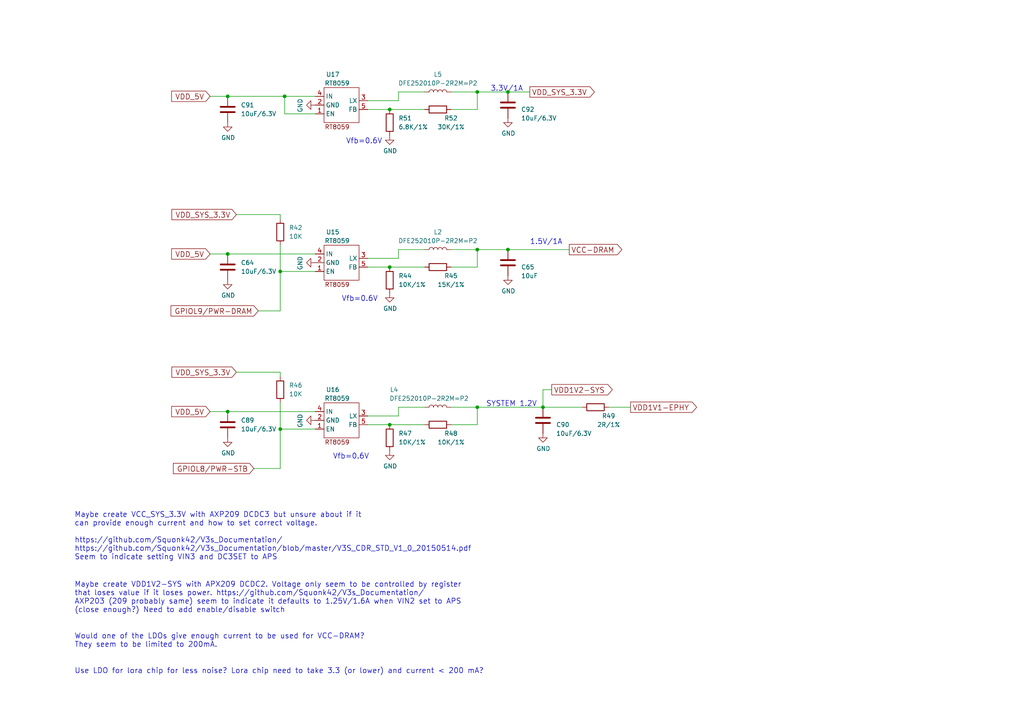
<source format=kicad_sch>
(kicad_sch (version 20230121) (generator eeschema)
  (paper "A4")
  (lib_symbols
    (symbol "Device:C" (pin_numbers hide) (pin_names (offset 0.254))
      (property "Reference" "C" (at 0.635 2.54 0))
      (property "Value" "C" (at 0.635 -2.54 0))
      (symbol "C_0_1"
        (polyline (pts (xy -2.032 -0.762) (xy 2.032 -0.762)) (stroke (width 0.508)))
        (polyline (pts (xy -2.032 0.762) (xy 2.032 0.762)) (stroke (width 0.508)))
      )
      (symbol "C_1_1"
        (pin passive line (at 0 3.81 270) (length 2.794) (name "~") (number "1"))
        (pin passive line (at 0 -3.81 90) (length 2.794) (name "~") (number "2"))
      )
    )
    (symbol "Device:L" (pin_numbers hide) (pin_names (offset 1.016) hide)
      (property "Reference" "L" (at -1.27 0 90))
      (property "Value" "L" (at 1.905 0 90))
      (symbol "L_0_1"
        (arc (start 0 -2.54) (mid 0.6323 -1.905) (end 0 -1.27))
        (arc (start 0 -1.27) (mid 0.6323 -0.635) (end 0 0))
        (arc (start 0 0) (mid 0.6323 0.635) (end 0 1.27))
        (arc (start 0 1.27) (mid 0.6323 1.905) (end 0 2.54))
      )
      (symbol "L_1_1"
        (pin passive line (at 0 3.81 270) (length 1.27) (name "1") (number "1"))
        (pin passive line (at 0 -3.81 90) (length 1.27) (name "2") (number "2"))
      )
    )
    (symbol "Device:R" (pin_numbers hide) (pin_names (offset 0))
      (property "Reference" "R" (at 2.032 0 90))
      (property "Value" "R" (at 0 0 90))
      (symbol "R_0_1"
        (rectangle (start -1.016 -2.54) (end 1.016 2.54) (stroke (width 0.254)))
      )
      (symbol "R_1_1"
        (pin passive line (at 0 3.81 270) (length 1.27) (name "~") (number "1"))
        (pin passive line (at 0 -3.81 90) (length 1.27) (name "~") (number "2"))
      )
    )
    (symbol "WiRoc:RT8059"
      (property "Reference" "U" (at 0 -1.27 0))
      (symbol "RT8059_0_1"
        (rectangle (start -5.08 5.08) (end 5.08 -5.08))
      )
      (symbol "RT8059_1_1"
        (text "RT8059" (at -1.27 -6.35 0) (effects (font (size 1.27 1.27))))
        (pin input line (at -7.62 -2.54 0) (length 2.54) (name "EN") (number "1"))
        (pin power_in line (at -7.62 0 0) (length 2.54) (name "GND") (number "2"))
        (pin power_out line (at 7.62 1.27 180) (length 2.54) (name "LX") (number "3"))
        (pin power_in line (at -7.62 2.54 0) (length 2.54) (name "IN") (number "4"))
        (pin power_out line (at 7.62 -1.27 180) (length 2.54) (name "FB") (number "5"))
      )
    )
    (symbol "power:GND" (power) (pin_names (offset 0))
      (property "Value" "GND" (at 0 -3.81 0))
      (symbol "GND_0_1"
        (polyline (pts (xy 0 0) (xy 0 -1.27) (xy 1.27 -1.27) (xy 0 -2.54) (xy -1.27 -1.27) (xy 0 -1.27)))
      )
      (symbol "GND_1_1"
        (pin power_in line (at 0 0 270) (length 0) hide (name "GND") (number "1"))
      )
    )
  )
  (junction (at 138.43 72.39))
  (junction (at 81.28 124.46))
  (junction (at 138.43 118.11))
  (junction (at 66.04 73.66))
  (junction (at 147.32 72.39))
  (junction (at 82.55 27.94))
  (junction (at 113.03 77.47))
  (junction (at 138.43 26.67))
  (junction (at 147.32 26.67))
  (junction (at 113.03 123.19))
  (junction (at 66.04 27.94))
  (junction (at 81.28 78.74))
  (junction (at 157.48 118.11))
  (junction (at 66.04 119.38))
  (junction (at 113.03 31.75))
  (wire (pts (xy 130.81 26.67) (xy 138.43 26.67)))
  (wire (pts (xy 115.57 72.39) (xy 123.19 72.39)))
  (wire (pts (xy 115.57 26.67) (xy 123.19 26.67)))
  (wire (pts (xy 106.68 120.65) (xy 115.57 120.65)))
  (wire (pts (xy 81.28 71.12) (xy 81.28 78.74)))
  (wire (pts (xy 106.68 123.19) (xy 113.03 123.19)))
  (wire (pts (xy 66.04 73.66) (xy 91.44 73.66)))
  (wire (pts (xy 66.04 119.38) (xy 91.44 119.38)))
  (wire (pts (xy 130.81 77.47) (xy 138.43 77.47)))
  (wire (pts (xy 82.55 27.94) (xy 82.55 33.02)))
  (wire (pts (xy 176.53 118.11) (xy 182.88 118.11)))
  (wire (pts (xy 81.28 90.17) (xy 74.93 90.17)))
  (wire (pts (xy 113.03 123.19) (xy 123.19 123.19)))
  (wire (pts (xy 138.43 123.19) (xy 138.43 118.11)))
  (wire (pts (xy 106.68 77.47) (xy 113.03 77.47)))
  (wire (pts (xy 157.48 118.11) (xy 157.48 113.03)))
  (wire (pts (xy 130.81 118.11) (xy 138.43 118.11)))
  (wire (pts (xy 68.58 107.95) (xy 81.28 107.95)))
  (wire (pts (xy 138.43 118.11) (xy 157.48 118.11)))
  (wire (pts (xy 138.43 72.39) (xy 147.32 72.39)))
  (wire (pts (xy 60.96 27.94) (xy 66.04 27.94)))
  (wire (pts (xy 60.96 119.38) (xy 66.04 119.38)))
  (wire (pts (xy 115.57 118.11) (xy 123.19 118.11)))
  (wire (pts (xy 138.43 77.47) (xy 138.43 72.39)))
  (wire (pts (xy 113.03 31.75) (xy 123.19 31.75)))
  (wire (pts (xy 91.44 78.74) (xy 81.28 78.74)))
  (wire (pts (xy 138.43 26.67) (xy 147.32 26.67)))
  (wire (pts (xy 81.28 116.84) (xy 81.28 124.46)))
  (wire (pts (xy 138.43 31.75) (xy 138.43 26.67)))
  (wire (pts (xy 91.44 124.46) (xy 81.28 124.46)))
  (wire (pts (xy 60.96 73.66) (xy 66.04 73.66)))
  (wire (pts (xy 113.03 77.47) (xy 123.19 77.47)))
  (wire (pts (xy 82.55 27.94) (xy 91.44 27.94)))
  (wire (pts (xy 106.68 31.75) (xy 113.03 31.75)))
  (wire (pts (xy 68.58 62.23) (xy 81.28 62.23)))
  (wire (pts (xy 115.57 74.93) (xy 115.57 72.39)))
  (wire (pts (xy 130.81 123.19) (xy 138.43 123.19)))
  (wire (pts (xy 81.28 135.89) (xy 73.66 135.89)))
  (wire (pts (xy 106.68 74.93) (xy 115.57 74.93)))
  (wire (pts (xy 115.57 29.21) (xy 115.57 26.67)))
  (wire (pts (xy 81.28 62.23) (xy 81.28 63.5)))
  (wire (pts (xy 81.28 107.95) (xy 81.28 109.22)))
  (wire (pts (xy 81.28 124.46) (xy 81.28 135.89)))
  (wire (pts (xy 147.32 72.39) (xy 165.1 72.39)))
  (wire (pts (xy 147.32 26.67) (xy 153.67 26.67)))
  (wire (pts (xy 81.28 78.74) (xy 81.28 90.17)))
  (wire (pts (xy 106.68 29.21) (xy 115.57 29.21)))
  (wire (pts (xy 157.48 113.03) (xy 160.02 113.03)))
  (wire (pts (xy 130.81 31.75) (xy 138.43 31.75)))
  (wire (pts (xy 157.48 118.11) (xy 168.91 118.11)))
  (wire (pts (xy 66.04 27.94) (xy 82.55 27.94)))
  (wire (pts (xy 130.81 72.39) (xy 138.43 72.39)))
  (wire (pts (xy 115.57 120.65) (xy 115.57 118.11)))
  (wire (pts (xy 82.55 33.02) (xy 91.44 33.02)))
  (text "Vfb=0.6V" (at 100.33 41.91 0) (effects (font (size 1.524 1.524)) (justify left bottom)))
  (text "Maybe create VDD1V2-SYS with APX209 DCDC2. Voltage only seem to be controlled by register \nthat loses value if it loses power. https://github.com/Squonk42/V3s_Documentation/\nAXP203 (209 probably same) seem to indicate it defaults to 1.25V/1.6A when VIN2 set to APS \n(close enough?) Need to add enable/disable switch\n\n" (at 21.59 180.34 0) (effects (font (size 1.524 1.524)) (justify left bottom)))
  (text "1.5V/1A" (at 153.67 71.12 0) (effects (font (size 1.524 1.524)) (justify left bottom)))
  (text "Maybe create VCC_SYS_3.3V with AXP209 DCDC3 but unsure about if it\ncan provide enough current and how to set correct voltage.\n\nhttps://github.com/Squonk42/V3s_Documentation/\nhttps://github.com/Squonk42/V3s_Documentation/blob/master/V3S_CDR_STD_V1_0_20150514.pdf\nSeem to indicate setting VIN3 and DC3SET to APS" (at 21.59 162.56 0) (effects (font (size 1.524 1.524)) (justify left bottom)))
  (text "Would one of the LDOs give enough current to be used for VCC-DRAM?\nThey seem to be limited to 200mA.\n" (at 21.59 187.96 0) (effects (font (size 1.524 1.524)) (justify left bottom)))
  (text "Use LDO for lora chip for less noise? Lora chip need to take 3.3 (or lower) and current < 200 mA?" (at 21.59 195.58 0) (effects (font (size 1.524 1.524)) (justify left bottom)))
  (text "3.3V/1A" (at 142.24 26.67 0) (effects (font (size 1.524 1.524)) (justify left bottom)))
  (text "SYSTEM 1.2V" (at 140.97 118.11 0) (effects (font (size 1.524 1.524)) (justify left bottom)))
  (text "Vfb=0.6V" (at 99.06 87.63 0) (effects (font (size 1.524 1.524)) (justify left bottom)))
  (text "Vfb=0.6V" (at 96.52 133.35 0) (effects (font (size 1.524 1.524)) (justify left bottom)))
  (global_label "VDD1V2-SYS" (shape output) (at 160.02 113.03 0) (effects (font (size 1.524 1.524))) (property "Intersheetrefs" "${INTERSHEET_REFS}" (effects hide)))
  (global_label "VDD_SYS_3.3V" (shape input) (at 68.58 107.95 180) (effects (font (size 1.524 1.524))) (property "Intersheetrefs" "${INTERSHEET_REFS}" (effects hide)))
  (global_label "VCC-DRAM" (shape output) (at 165.1 72.39 0) (effects (font (size 1.524 1.524))) (property "Intersheetrefs" "${INTERSHEET_REFS}" (effects hide)))
  (global_label "VDD_5V" (shape input) (at 60.96 119.38 180) (effects (font (size 1.524 1.524))) (property "Intersheetrefs" "${INTERSHEET_REFS}" (effects hide)))
  (global_label "VDD_5V" (shape input) (at 60.96 73.66 180) (effects (font (size 1.524 1.524))) (property "Intersheetrefs" "${INTERSHEET_REFS}" (effects hide)))
  (global_label "GPIOL8{slash}PWR-STB" (shape input) (at 73.66 135.89 180) (effects (font (size 1.524 1.524))) (property "Intersheetrefs" "${INTERSHEET_REFS}" (effects hide)))
  (global_label "GPIOL9{slash}PWR-DRAM" (shape input) (at 74.93 90.17 180) (effects (font (size 1.524 1.524))) (property "Intersheetrefs" "${INTERSHEET_REFS}" (effects hide)))
  (global_label "VDD_SYS_3.3V" (shape input) (at 68.58 62.23 180) (effects (font (size 1.524 1.524))) (property "Intersheetrefs" "${INTERSHEET_REFS}" (effects hide)))
  (global_label "VDD_SYS_3.3V" (shape output) (at 153.67 26.67 0) (effects (font (size 1.524 1.524))) (property "Intersheetrefs" "${INTERSHEET_REFS}" (effects hide)))
  (global_label "VDD1V1-EPHY" (shape output) (at 182.88 118.11 0) (effects (font (size 1.524 1.524))) (property "Intersheetrefs" "${INTERSHEET_REFS}" (effects hide)))
  (global_label "VDD_5V" (shape input) (at 60.96 27.94 180) (effects (font (size 1.524 1.524))) (property "Intersheetrefs" "${INTERSHEET_REFS}" (effects hide)))
  (symbol (lib_id "Device:C") (at 66.04 123.19 0) (unit 1)
    (property "Reference" "C89" (at 69.85 121.92 0) (effects (justify left)))
    (property "Value" "10uF/6.3V" (at 69.85 124.46 0) (effects (justify left)))
    (property "Footprint" "Capacitor_SMD:C_0402_1005Metric" (effects hide))
  )
  (symbol (lib_id "Device:L") (at 127 118.11 90) (unit 1)
    (property "Reference" "L4" (at 114.3 113.03 90))
    (property "Value" "DFE252010P-2R2M=P2" (at 124.46 115.57 90))
    (property "Footprint" "Inductor_SMD:L_1008_2520Metric" (effects hide))
  )
  (symbol (lib_id "Device:R") (at 127 31.75 90) (unit 1)
    (property "Reference" "R52" (at 130.81 34.29 90))
    (property "Value" "30K/1%" (at 130.81 36.83 90))
    (property "Footprint" "Resistor_SMD:R_0402_1005Metric" (effects hide))
  )
  (symbol (lib_id "WiRoc:RT8059") (at 99.06 121.92 0) (unit 1)
    (property "Reference" "U16" (at 96.52 113.03 0))
    (property "Value" "RT8059" (at 97.79 115.57 0))
    (property "Footprint" "Package_TO_SOT_SMD:TSOT-23-5" (effects hide))
  )
  (symbol (lib_id "power:GND") (at 66.04 35.56 0) (unit 1)
    (property "Reference" "#PWR093" (effects hide))
    (property "Value" "GND" (at 66.167 39.9542 0))
  )
  (symbol (lib_id "power:GND") (at 113.03 85.09 0) (unit 1)
    (property "Reference" "#PWR087" (effects hide))
    (property "Value" "GND" (at 113.157 89.4842 0))
  )
  (symbol (lib_id "Device:C") (at 147.32 76.2 0) (unit 1)
    (property "Reference" "C65" (at 151.13 77.47 0) (effects (justify left)))
    (property "Value" "10uF" (at 151.13 80.01 0) (effects (justify left)))
    (property "Footprint" "Capacitor_SMD:C_0402_1005Metric" (effects hide))
  )
  (symbol (lib_id "Device:R") (at 81.28 67.31 0) (unit 1)
    (property "Reference" "R42" (at 83.82 66.04 0) (effects (justify left)))
    (property "Value" "10K" (at 83.82 68.58 0) (effects (justify left)))
    (property "Footprint" "Resistor_SMD:R_0402_1005Metric" (effects hide))
  )
  (symbol (lib_id "Device:R") (at 127 123.19 90) (unit 1)
    (property "Reference" "R48" (at 130.81 125.73 90))
    (property "Value" "10K/1%" (at 130.81 128.27 90))
    (property "Footprint" "Resistor_SMD:R_0402_1005Metric" (effects hide))
  )
  (symbol (lib_id "Device:L") (at 127 72.39 90) (unit 1)
    (property "Reference" "L2" (at 127 67.31 90))
    (property "Value" "DFE252010P-2R2M=P2" (at 127 69.85 90))
    (property "Footprint" "Inductor_SMD:L_1008_2520Metric" (effects hide))
  )
  (symbol (lib_id "Device:C") (at 66.04 31.75 0) (unit 1)
    (property "Reference" "C91" (at 69.85 30.48 0) (effects (justify left)))
    (property "Value" "10uF/6.3V" (at 69.85 33.02 0) (effects (justify left)))
    (property "Footprint" "Capacitor_SMD:C_0402_1005Metric" (effects hide))
  )
  (symbol (lib_id "Device:R") (at 81.28 113.03 0) (unit 1)
    (property "Reference" "R46" (at 83.82 111.76 0) (effects (justify left)))
    (property "Value" "10K" (at 83.82 114.3 0) (effects (justify left)))
    (property "Footprint" "Resistor_SMD:R_0402_1005Metric" (effects hide))
  )
  (symbol (lib_id "Device:R") (at 127 77.47 90) (unit 1)
    (property "Reference" "R45" (at 130.81 80.01 90))
    (property "Value" "15K/1%" (at 130.81 82.55 90))
    (property "Footprint" "Resistor_SMD:R_0402_1005Metric" (effects hide))
  )
  (symbol (lib_id "power:GND") (at 113.03 39.37 0) (unit 1)
    (property "Reference" "#PWR095" (effects hide))
    (property "Value" "GND" (at 113.157 43.7642 0))
  )
  (symbol (lib_id "Device:C") (at 66.04 77.47 0) (unit 1)
    (property "Reference" "C64" (at 69.85 76.2 0) (effects (justify left)))
    (property "Value" "10uF/6.3V" (at 69.85 78.74 0) (effects (justify left)))
    (property "Footprint" "Capacitor_SMD:C_0402_1005Metric" (effects hide))
  )
  (symbol (lib_id "Device:C") (at 147.32 30.48 0) (unit 1)
    (property "Reference" "C92" (at 151.13 31.75 0) (effects (justify left)))
    (property "Value" "10uF/6.3V" (at 151.13 34.29 0) (effects (justify left)))
    (property "Footprint" "Capacitor_SMD:C_0402_1005Metric" (effects hide))
  )
  (symbol (lib_id "Device:L") (at 127 26.67 90) (unit 1)
    (property "Reference" "L5" (at 127 21.59 90))
    (property "Value" "DFE252010P-2R2M=P2" (at 127 24.13 90))
    (property "Footprint" "Inductor_SMD:L_1008_2520Metric" (effects hide))
  )
  (symbol (lib_id "power:GND") (at 147.32 34.29 0) (unit 1)
    (property "Reference" "#PWR096" (effects hide))
    (property "Value" "GND" (at 147.447 38.6842 0))
  )
  (symbol (lib_id "Device:R") (at 113.03 127 0) (unit 1)
    (property "Reference" "R47" (at 115.57 125.73 0) (effects (justify left)))
    (property "Value" "10K/1%" (at 115.57 128.27 0) (effects (justify left)))
    (property "Footprint" "Resistor_SMD:R_0402_1005Metric" (effects hide))
  )
  (symbol (lib_id "power:GND") (at 66.04 81.28 0) (unit 1)
    (property "Reference" "#PWR086" (effects hide))
    (property "Value" "GND" (at 66.167 85.6742 0))
  )
  (symbol (lib_id "power:GND") (at 147.32 80.01 0) (unit 1)
    (property "Reference" "#PWR088" (effects hide))
    (property "Value" "GND" (at 147.447 84.4042 0))
  )
  (symbol (lib_id "Device:C") (at 157.48 121.92 0) (unit 1)
    (property "Reference" "C90" (at 161.29 123.19 0) (effects (justify left)))
    (property "Value" "10uF/6.3V" (at 161.29 125.73 0) (effects (justify left)))
    (property "Footprint" "Capacitor_SMD:C_0402_1005Metric" (effects hide))
  )
  (symbol (lib_id "power:GND") (at 91.44 30.48 270) (unit 1)
    (property "Reference" "#PWR094" (effects hide))
    (property "Value" "GND" (at 87.0458 30.607 0))
  )
  (symbol (lib_id "WiRoc:RT8059") (at 99.06 30.48 0) (unit 1)
    (property "Reference" "U17" (at 96.52 21.59 0))
    (property "Value" "RT8059" (at 97.79 24.13 0))
    (property "Footprint" "Package_TO_SOT_SMD:TSOT-23-5" (effects hide))
  )
  (symbol (lib_id "Device:R") (at 113.03 81.28 0) (unit 1)
    (property "Reference" "R44" (at 115.57 80.01 0) (effects (justify left)))
    (property "Value" "10K/1%" (at 115.57 82.55 0) (effects (justify left)))
    (property "Footprint" "Resistor_SMD:R_0402_1005Metric" (effects hide))
  )
  (symbol (lib_id "power:GND") (at 66.04 127 0) (unit 1)
    (property "Reference" "#PWR089" (effects hide))
    (property "Value" "GND" (at 66.167 131.3942 0))
  )
  (symbol (lib_id "power:GND") (at 113.03 130.81 0) (unit 1)
    (property "Reference" "#PWR091" (effects hide))
    (property "Value" "GND" (at 113.157 135.2042 0))
  )
  (symbol (lib_id "WiRoc:RT8059") (at 99.06 76.2 0) (unit 1)
    (property "Reference" "U15" (at 96.52 67.31 0))
    (property "Value" "RT8059" (at 97.79 69.85 0))
    (property "Footprint" "Package_TO_SOT_SMD:TSOT-23-5" (effects hide))
  )
  (symbol (lib_id "power:GND") (at 91.44 76.2 270) (unit 1)
    (property "Reference" "#PWR075" (effects hide))
    (property "Value" "GND" (at 87.0458 76.327 0))
  )
  (symbol (lib_id "Device:R") (at 172.72 118.11 90) (unit 1)
    (property "Reference" "R49" (at 176.53 120.65 90))
    (property "Value" "2R/1%" (at 176.53 123.19 90))
    (property "Footprint" "Resistor_SMD:R_0402_1005Metric" (effects hide))
  )
  (symbol (lib_id "Device:R") (at 113.03 35.56 0) (unit 1)
    (property "Reference" "R51" (at 115.57 34.29 0) (effects (justify left)))
    (property "Value" "6.8K/1%" (at 115.57 36.83 0) (effects (justify left)))
    (property "Footprint" "Resistor_SMD:R_0402_1005Metric" (effects hide))
  )
  (symbol (lib_id "power:GND") (at 157.48 125.73 0) (unit 1)
    (property "Reference" "#PWR092" (effects hide))
    (property "Value" "GND" (at 157.607 130.1242 0))
  )
  (symbol (lib_id "power:GND") (at 91.44 121.92 270) (unit 1)
    (property "Reference" "#PWR090" (effects hide))
    (property "Value" "GND" (at 87.0458 122.047 0))
  )
)
</source>
